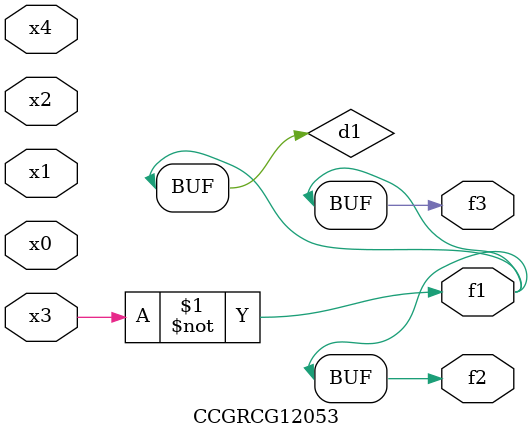
<source format=v>
module CCGRCG12053(
	input x0, x1, x2, x3, x4,
	output f1, f2, f3
);

	wire d1, d2;

	xnor (d1, x3);
	not (d2, x1);
	assign f1 = d1;
	assign f2 = d1;
	assign f3 = d1;
endmodule

</source>
